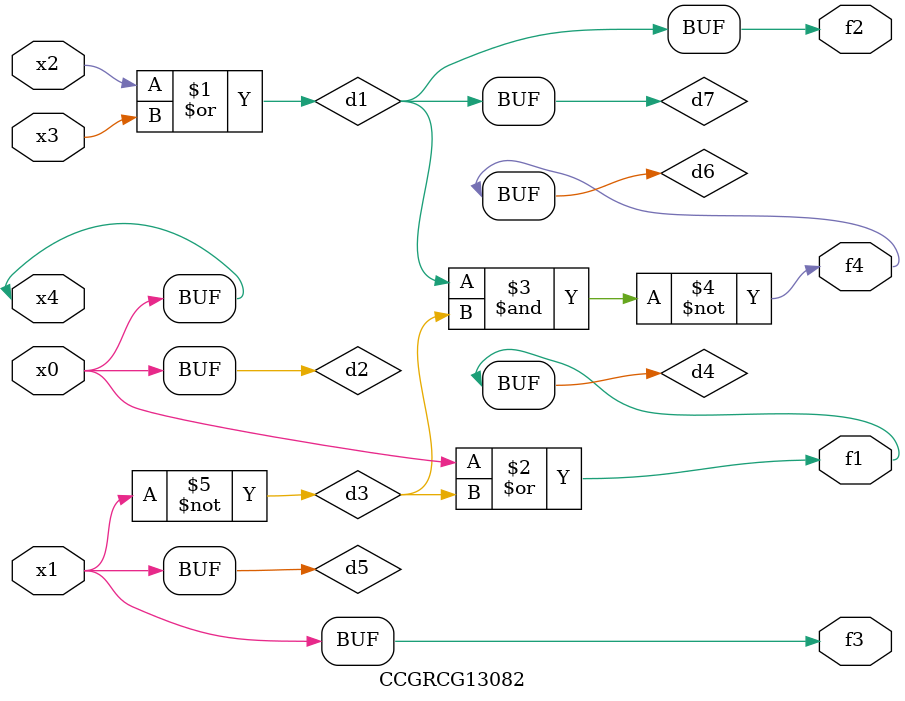
<source format=v>
module CCGRCG13082(
	input x0, x1, x2, x3, x4,
	output f1, f2, f3, f4
);

	wire d1, d2, d3, d4, d5, d6, d7;

	or (d1, x2, x3);
	buf (d2, x0, x4);
	not (d3, x1);
	or (d4, d2, d3);
	not (d5, d3);
	nand (d6, d1, d3);
	or (d7, d1);
	assign f1 = d4;
	assign f2 = d7;
	assign f3 = d5;
	assign f4 = d6;
endmodule

</source>
